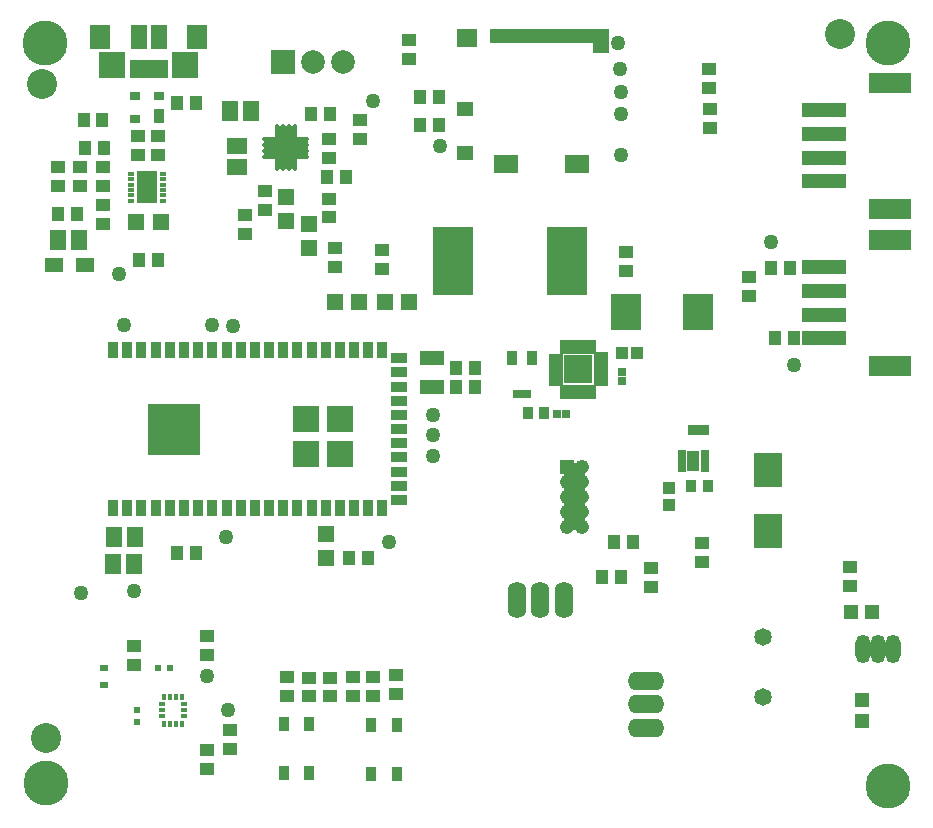
<source format=gts>
G04*
G04 #@! TF.GenerationSoftware,Altium Limited,Altium Designer,22.1.2 (22)*
G04*
G04 Layer_Color=8388736*
%FSLAX25Y25*%
%MOIN*%
G70*
G04*
G04 #@! TF.SameCoordinates,116BC8F2-B144-4446-8F30-5785F86A2056*
G04*
G04*
G04 #@! TF.FilePolarity,Negative*
G04*
G01*
G75*
%ADD38C,0.05000*%
%ADD54R,0.03150X0.02362*%
%ADD55R,0.02264X0.01378*%
%ADD56R,0.01378X0.02264*%
%ADD57R,0.03961X0.04351*%
%ADD58R,0.01968X0.01968*%
%ADD68R,0.01968X0.01968*%
%ADD73R,0.04129X0.07549*%
%ADD74R,0.07321X0.04246*%
%ADD75R,0.04330X0.07330*%
%ADD76R,0.07341X0.04198*%
%ADD77R,0.06037X0.02846*%
%ADD78R,0.02528X0.07485*%
%ADD79R,0.02556X0.06850*%
%ADD80R,0.06574X0.03646*%
%ADD81R,0.38204X0.05034*%
%ADD82R,0.12634X0.06173*%
%ADD83R,0.04629X0.11000*%
%ADD84R,0.11900X0.04629*%
%ADD85R,0.04703X0.11200*%
%ADD86R,0.11900X0.04556*%
%ADD87R,0.09461X0.11430*%
%ADD88R,0.09300X0.09300*%
%ADD89R,0.04600X0.02300*%
%ADD90R,0.02300X0.04600*%
%ADD91R,0.08874X0.08874*%
%ADD92R,0.08674X0.08674*%
%ADD93R,0.05524X0.03556*%
%ADD94R,0.03556X0.05524*%
%ADD95R,0.14186X0.06706*%
%ADD96R,0.14580X0.04737*%
%ADD97R,0.07244X0.07244*%
%ADD98O,0.03898X0.01654*%
%ADD99O,0.01654X0.03898*%
%ADD100R,0.03556X0.04343*%
%ADD101R,0.02572X0.02572*%
%ADD102R,0.04737X0.04343*%
%ADD103R,0.05131X0.05131*%
%ADD104R,0.03359X0.04934*%
%ADD105R,0.03556X0.03162*%
%ADD106R,0.03556X0.04737*%
%ADD107R,0.06312X0.04737*%
%ADD108R,0.08280X0.06115*%
%ADD109R,0.05524X0.04737*%
%ADD110R,0.06902X0.06115*%
%ADD111R,0.04147X0.05131*%
%ADD112R,0.03753X0.05131*%
%ADD113R,0.05406X0.07887*%
%ADD114R,0.05524X0.05524*%
%ADD115R,0.02375X0.06115*%
%ADD116R,0.09068X0.08674*%
%ADD117R,0.07099X0.08280*%
%ADD118R,0.05524X0.08280*%
%ADD119R,0.03320X0.03635*%
%ADD120C,0.10000*%
%ADD121R,0.04095X0.06850*%
%ADD122R,0.02520X0.01654*%
%ADD123R,0.13200X0.22500*%
%ADD124R,0.02375X0.01784*%
%ADD125R,0.07102X0.10646*%
%ADD126R,0.04147X0.04343*%
%ADD127R,0.03005X0.02847*%
%ADD128R,0.05328X0.06509*%
%ADD129R,0.08280X0.05131*%
%ADD130R,0.10249X0.12217*%
%ADD131R,0.04343X0.04737*%
%ADD132R,0.06509X0.05328*%
%ADD133R,0.05524X0.05524*%
%ADD134R,0.05131X0.05131*%
%ADD135R,0.02572X0.02572*%
%ADD136R,0.07887X0.07887*%
%ADD137C,0.07887*%
%ADD138C,0.05839*%
%ADD139O,0.12212X0.06306*%
%ADD140O,0.06306X0.12212*%
%ADD141O,0.05131X0.09461*%
%ADD142R,0.04760X0.04760*%
%ADD143C,0.04760*%
%ADD144C,0.14973*%
%ADD145C,0.02800*%
%ADD146C,0.02551*%
G36*
X188500Y94600D02*
X181274D01*
Y116800D01*
X188500D01*
Y94600D01*
D02*
G37*
D38*
X123163Y90601D02*
D03*
X32886Y180000D02*
D03*
X71100Y162700D02*
D03*
X34800Y162800D02*
D03*
X64136D02*
D03*
X117800Y237500D02*
D03*
X200300Y233287D02*
D03*
X140000Y222600D02*
D03*
X199300Y256900D02*
D03*
X200159Y248213D02*
D03*
X200259Y240500D02*
D03*
X200300Y219530D02*
D03*
X38100Y74300D02*
D03*
X20300Y73700D02*
D03*
X137800Y132934D02*
D03*
Y126301D02*
D03*
X137700Y119175D02*
D03*
X68700Y92200D02*
D03*
X257894Y149500D02*
D03*
X69434Y34488D02*
D03*
X250350Y190550D02*
D03*
X62300Y45822D02*
D03*
D54*
X28100Y48500D02*
D03*
Y42988D02*
D03*
D55*
X47415Y36440D02*
D03*
X54600D02*
D03*
Y34454D02*
D03*
Y32470D02*
D03*
X47415Y32485D02*
D03*
Y34454D02*
D03*
D56*
X53960Y29877D02*
D03*
X51992D02*
D03*
X50023D02*
D03*
X48040D02*
D03*
X48000Y39031D02*
D03*
X50023D02*
D03*
X51992D02*
D03*
X53970D02*
D03*
D57*
X216334Y103028D02*
D03*
Y108545D02*
D03*
D58*
X50023Y48500D02*
D03*
X46086D02*
D03*
D68*
X39100Y30517D02*
D03*
Y34454D02*
D03*
D73*
X83501Y222015D02*
D03*
D74*
X88644Y216924D02*
D03*
D75*
X93927Y221922D02*
D03*
D76*
X88570Y227201D02*
D03*
D77*
X167510Y139785D02*
D03*
D78*
X220738Y117649D02*
D03*
D79*
X228223Y117953D02*
D03*
D80*
X226087Y127777D02*
D03*
D81*
X175798Y259117D02*
D03*
D82*
X42952Y248273D02*
D03*
D83*
X178548Y148000D02*
D03*
D84*
X186150Y155682D02*
D03*
D85*
X193551Y148100D02*
D03*
D86*
X186150Y140678D02*
D03*
D87*
X249314Y94361D02*
D03*
Y114439D02*
D03*
D88*
X186044Y148200D02*
D03*
D89*
X193544Y152000D02*
D03*
Y149500D02*
D03*
Y146900D02*
D03*
Y144400D02*
D03*
X178544D02*
D03*
Y146900D02*
D03*
Y149500D02*
D03*
Y152000D02*
D03*
D90*
X189844Y140700D02*
D03*
X187344D02*
D03*
X184744D02*
D03*
X182244D02*
D03*
Y155700D02*
D03*
X184744D02*
D03*
X187344D02*
D03*
X189844D02*
D03*
D91*
X47108Y132338D02*
D03*
X55841D02*
D03*
X47108Y123747D02*
D03*
X55841D02*
D03*
D92*
X95360Y131527D02*
D03*
X106600D02*
D03*
X95360Y120015D02*
D03*
X106600D02*
D03*
D93*
X126502Y109312D02*
D03*
Y151831D02*
D03*
Y147107D02*
D03*
Y142383D02*
D03*
Y137658D02*
D03*
Y132934D02*
D03*
Y128209D02*
D03*
Y123485D02*
D03*
Y118761D02*
D03*
Y114036D02*
D03*
Y104587D02*
D03*
D94*
X31065Y154603D02*
D03*
X35789D02*
D03*
X40514D02*
D03*
X45238D02*
D03*
X49963D02*
D03*
X54687D02*
D03*
X59412D02*
D03*
X64136D02*
D03*
X68860D02*
D03*
X73585D02*
D03*
X78309D02*
D03*
X83034D02*
D03*
X87758D02*
D03*
X92482D02*
D03*
X97207D02*
D03*
X101931D02*
D03*
X106656D02*
D03*
X111380D02*
D03*
X116104D02*
D03*
X120829D02*
D03*
Y101847D02*
D03*
X116104D02*
D03*
X111380D02*
D03*
X106656D02*
D03*
X101931D02*
D03*
X97207D02*
D03*
X92482D02*
D03*
X87758D02*
D03*
X83034D02*
D03*
X78309D02*
D03*
X73585D02*
D03*
X68860D02*
D03*
X64136D02*
D03*
X59412D02*
D03*
X54687D02*
D03*
X49963D02*
D03*
X45238D02*
D03*
X40514D02*
D03*
X35789D02*
D03*
X31065D02*
D03*
D95*
X289900Y191326D02*
D03*
Y149200D02*
D03*
Y201600D02*
D03*
Y243726D02*
D03*
D96*
X268050Y182074D02*
D03*
Y174200D02*
D03*
Y166326D02*
D03*
Y158452D02*
D03*
Y210852D02*
D03*
Y218726D02*
D03*
Y226600D02*
D03*
Y234474D02*
D03*
D97*
X88600Y222000D02*
D03*
D98*
X94407Y224953D02*
D03*
Y222984D02*
D03*
Y221016D02*
D03*
Y219047D02*
D03*
X82793D02*
D03*
Y221016D02*
D03*
Y222984D02*
D03*
Y224953D02*
D03*
D99*
X91553Y216193D02*
D03*
X89584D02*
D03*
X87616D02*
D03*
X85647D02*
D03*
Y227807D02*
D03*
X87616D02*
D03*
X89584D02*
D03*
X91553D02*
D03*
D100*
X223752Y109083D02*
D03*
X229264D02*
D03*
X174756Y133600D02*
D03*
X169244D02*
D03*
D101*
X200641Y147400D02*
D03*
Y144250D02*
D03*
D102*
X210300Y75450D02*
D03*
Y81750D02*
D03*
X103100Y218653D02*
D03*
Y224953D02*
D03*
X39400Y219450D02*
D03*
Y225750D02*
D03*
X45900D02*
D03*
Y219450D02*
D03*
X27754Y202806D02*
D03*
Y196507D02*
D03*
X12557Y215440D02*
D03*
Y209140D02*
D03*
X117700Y39350D02*
D03*
Y45650D02*
D03*
X129850Y251713D02*
D03*
Y258013D02*
D03*
X89000Y39350D02*
D03*
Y45650D02*
D03*
X27754Y209358D02*
D03*
Y215658D02*
D03*
X20050Y209140D02*
D03*
Y215440D02*
D03*
X113400Y224850D02*
D03*
Y231150D02*
D03*
X229800Y248100D02*
D03*
Y241801D02*
D03*
X229900Y234899D02*
D03*
Y228600D02*
D03*
X111080Y39376D02*
D03*
Y45675D02*
D03*
X125300Y46150D02*
D03*
Y39850D02*
D03*
X243100Y172550D02*
D03*
Y178850D02*
D03*
X81809Y201201D02*
D03*
Y207500D02*
D03*
X74963Y193257D02*
D03*
Y199556D02*
D03*
X201892Y187250D02*
D03*
Y180950D02*
D03*
X103100Y198750D02*
D03*
Y205050D02*
D03*
X120729Y187900D02*
D03*
Y181601D02*
D03*
X227500Y83850D02*
D03*
Y90150D02*
D03*
X37900Y49623D02*
D03*
Y55922D02*
D03*
X70000Y27950D02*
D03*
Y21650D02*
D03*
X62400Y52773D02*
D03*
Y59072D02*
D03*
X276600Y82150D02*
D03*
Y75850D02*
D03*
X103500Y45387D02*
D03*
Y39088D02*
D03*
X62400Y21344D02*
D03*
Y15044D02*
D03*
X96432Y45387D02*
D03*
Y39088D02*
D03*
X104900Y182150D02*
D03*
Y188450D02*
D03*
D103*
X280800Y30857D02*
D03*
Y37943D02*
D03*
D104*
X96432Y13631D02*
D03*
Y29969D02*
D03*
X87968D02*
D03*
Y13631D02*
D03*
X170624Y151841D02*
D03*
X163931D02*
D03*
X117068Y13131D02*
D03*
Y29469D02*
D03*
X125532D02*
D03*
Y13131D02*
D03*
D105*
X38451Y231713D02*
D03*
X46325Y239193D02*
D03*
X38451D02*
D03*
D106*
X46325Y232500D02*
D03*
D107*
X21736Y182929D02*
D03*
X11500D02*
D03*
D108*
X185655Y216491D02*
D03*
X162152D02*
D03*
D109*
X148372Y234896D02*
D03*
Y220329D02*
D03*
D110*
X149061Y258617D02*
D03*
D111*
X158746Y259109D02*
D03*
X163077D02*
D03*
X167408D02*
D03*
X171738D02*
D03*
X176069D02*
D03*
X180400D02*
D03*
X184730D02*
D03*
D112*
X188864D02*
D03*
D113*
X193628Y257731D02*
D03*
D114*
X121582Y170500D02*
D03*
X129850D02*
D03*
X113178D02*
D03*
X104910D02*
D03*
X38666Y197100D02*
D03*
X46934D02*
D03*
D115*
X37840Y248269D02*
D03*
X40399D02*
D03*
X42958D02*
D03*
X45517D02*
D03*
X48076D02*
D03*
D116*
X30754Y249548D02*
D03*
X55163D02*
D03*
D117*
X26816Y258800D02*
D03*
X59100D02*
D03*
D118*
X39612D02*
D03*
X46305D02*
D03*
D119*
X224472Y127800D02*
D03*
X227928D02*
D03*
D120*
X7200Y243099D02*
D03*
X8800Y25100D02*
D03*
X273300Y259800D02*
D03*
D121*
X224472Y117600D02*
D03*
D122*
X228212Y120553D02*
D03*
Y118584D02*
D03*
Y116616D02*
D03*
Y114647D02*
D03*
X220731D02*
D03*
Y116616D02*
D03*
Y118584D02*
D03*
Y120553D02*
D03*
D123*
X144500Y184100D02*
D03*
X182500D02*
D03*
D124*
X37170Y213200D02*
D03*
Y211428D02*
D03*
Y209657D02*
D03*
Y207885D02*
D03*
Y206113D02*
D03*
Y204342D02*
D03*
X47800D02*
D03*
Y206113D02*
D03*
Y207885D02*
D03*
Y209657D02*
D03*
Y211428D02*
D03*
Y213200D02*
D03*
D125*
X42485Y208771D02*
D03*
D126*
X205759Y153600D02*
D03*
X200641D02*
D03*
D127*
X165965Y139800D02*
D03*
X169035D02*
D03*
D128*
X77128Y234250D02*
D03*
X70041D02*
D03*
X19643Y191329D02*
D03*
X12557D02*
D03*
X38343Y92200D02*
D03*
X31257D02*
D03*
X38143Y83400D02*
D03*
X31057D02*
D03*
D129*
X137286Y152000D02*
D03*
Y142157D02*
D03*
D130*
X225908Y167200D02*
D03*
X201892D02*
D03*
D131*
X21201Y231379D02*
D03*
X27500D02*
D03*
X12850Y199750D02*
D03*
X19150D02*
D03*
X21650Y222029D02*
D03*
X27950D02*
D03*
X58650Y236800D02*
D03*
X52350D02*
D03*
X145301Y142100D02*
D03*
X151600D02*
D03*
Y148528D02*
D03*
X145301D02*
D03*
X45873Y184600D02*
D03*
X39573D02*
D03*
X109750Y85100D02*
D03*
X116050D02*
D03*
X58800Y86968D02*
D03*
X52500D02*
D03*
X133350Y239000D02*
D03*
X139650D02*
D03*
X133450Y229500D02*
D03*
X139750D02*
D03*
X108699Y212314D02*
D03*
X102400D02*
D03*
X96950Y233400D02*
D03*
X103250D02*
D03*
X251595Y158452D02*
D03*
X257894D02*
D03*
X256800Y181750D02*
D03*
X250500D02*
D03*
X197895Y90601D02*
D03*
X204194D02*
D03*
X193941Y78800D02*
D03*
X200240D02*
D03*
D132*
X72200Y215557D02*
D03*
Y222643D02*
D03*
D133*
X88600Y205677D02*
D03*
Y197409D02*
D03*
X96290Y196718D02*
D03*
Y188450D02*
D03*
X101931Y85082D02*
D03*
Y93350D02*
D03*
D134*
X277057Y67300D02*
D03*
X284143D02*
D03*
D135*
X179025Y133100D02*
D03*
X182175D02*
D03*
D136*
X87800Y250500D02*
D03*
D137*
X97800D02*
D03*
X107800D02*
D03*
D138*
X247700Y58742D02*
D03*
Y39057D02*
D03*
D139*
X208735Y44374D02*
D03*
Y36500D02*
D03*
Y28626D02*
D03*
D140*
X165526Y71342D02*
D03*
X173402D02*
D03*
X181274D02*
D03*
D141*
X290900Y54900D02*
D03*
X285900D02*
D03*
X280900D02*
D03*
D142*
X182344Y115654D02*
D03*
D143*
Y110654D02*
D03*
X187344Y115654D02*
D03*
Y110654D02*
D03*
Y100654D02*
D03*
Y105654D02*
D03*
X182344Y100654D02*
D03*
Y105654D02*
D03*
Y95654D02*
D03*
X187344D02*
D03*
D144*
X289200Y9300D02*
D03*
X8800Y10100D02*
D03*
X8252Y256768D02*
D03*
X289300Y256900D02*
D03*
D145*
X88600Y222000D02*
D03*
X90569Y220031D02*
D03*
X86632Y220031D02*
D03*
X86632Y223969D02*
D03*
X90569Y223969D02*
D03*
X44453Y212314D02*
D03*
Y208771D02*
D03*
Y205228D02*
D03*
X40516D02*
D03*
Y208771D02*
D03*
Y212314D02*
D03*
D146*
X224472Y119175D02*
D03*
Y116025D02*
D03*
M02*

</source>
